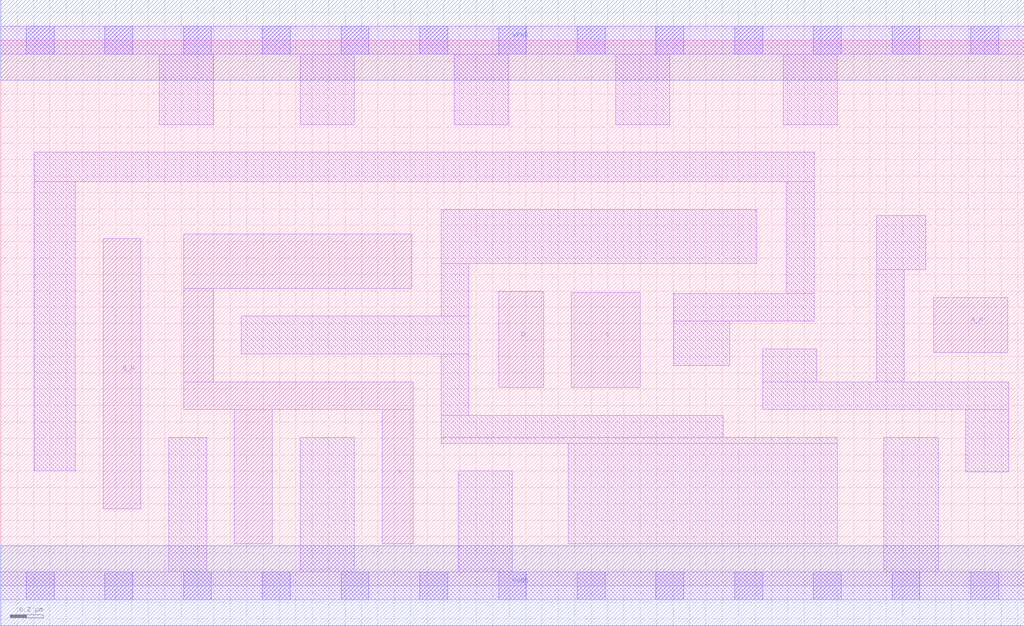
<source format=lef>
# Copyright 2020 The SkyWater PDK Authors
#
# Licensed under the Apache License, Version 2.0 (the "License");
# you may not use this file except in compliance with the License.
# You may obtain a copy of the License at
#
#     https://www.apache.org/licenses/LICENSE-2.0
#
# Unless required by applicable law or agreed to in writing, software
# distributed under the License is distributed on an "AS IS" BASIS,
# WITHOUT WARRANTIES OR CONDITIONS OF ANY KIND, either express or implied.
# See the License for the specific language governing permissions and
# limitations under the License.
#
# SPDX-License-Identifier: Apache-2.0

VERSION 5.7 ;
  NOWIREEXTENSIONATPIN ON ;
  DIVIDERCHAR "/" ;
  BUSBITCHARS "[]" ;
UNITS
  DATABASE MICRONS 200 ;
END UNITS
MACRO sky130_fd_sc_lp__and4bb_4
  CLASS CORE ;
  FOREIGN sky130_fd_sc_lp__and4bb_4 ;
  ORIGIN  0.000000  0.000000 ;
  SIZE  6.240000 BY  3.330000 ;
  SYMMETRY X Y R90 ;
  SITE unit ;
  PIN A_N
    ANTENNAGATEAREA  0.126000 ;
    DIRECTION INPUT ;
    USE SIGNAL ;
    PORT
      LAYER li1 ;
        RECT 5.690000 1.425000 6.140000 1.760000 ;
    END
  END A_N
  PIN B_N
    ANTENNAGATEAREA  0.126000 ;
    DIRECTION INPUT ;
    USE SIGNAL ;
    PORT
      LAYER li1 ;
        RECT 0.625000 0.470000 0.855000 2.120000 ;
    END
  END B_N
  PIN C
    ANTENNAGATEAREA  0.315000 ;
    DIRECTION INPUT ;
    USE SIGNAL ;
    PORT
      LAYER li1 ;
        RECT 3.480000 1.210000 3.900000 1.790000 ;
    END
  END C
  PIN D
    ANTENNAGATEAREA  0.315000 ;
    DIRECTION INPUT ;
    USE SIGNAL ;
    PORT
      LAYER li1 ;
        RECT 3.035000 1.210000 3.310000 1.795000 ;
    END
  END D
  PIN X
    ANTENNADIFFAREA  1.176000 ;
    DIRECTION OUTPUT ;
    USE SIGNAL ;
    PORT
      LAYER li1 ;
        RECT 1.115000 1.075000 2.515000 1.245000 ;
        RECT 1.115000 1.245000 1.295000 1.815000 ;
        RECT 1.115000 1.815000 2.505000 2.145000 ;
        RECT 1.425000 0.255000 1.655000 1.075000 ;
        RECT 2.325000 0.255000 2.515000 1.075000 ;
    END
  END X
  PIN VGND
    DIRECTION INOUT ;
    USE GROUND ;
    PORT
      LAYER met1 ;
        RECT 0.000000 -0.245000 6.240000 0.245000 ;
    END
  END VGND
  PIN VPWR
    DIRECTION INOUT ;
    USE POWER ;
    PORT
      LAYER met1 ;
        RECT 0.000000 3.085000 6.240000 3.575000 ;
    END
  END VPWR
  OBS
    LAYER li1 ;
      RECT 0.000000 -0.085000 6.240000 0.085000 ;
      RECT 0.000000  3.245000 6.240000 3.415000 ;
      RECT 0.205000  0.700000 0.455000 2.465000 ;
      RECT 0.205000  2.465000 4.960000 2.645000 ;
      RECT 0.965000  2.815000 1.295000 3.245000 ;
      RECT 1.025000  0.085000 1.255000 0.905000 ;
      RECT 1.465000  1.415000 2.855000 1.645000 ;
      RECT 1.825000  0.085000 2.155000 0.905000 ;
      RECT 1.825000  2.815000 2.155000 3.245000 ;
      RECT 2.685000  0.870000 5.100000 0.905000 ;
      RECT 2.685000  0.905000 4.405000 1.040000 ;
      RECT 2.685000  1.040000 2.855000 1.415000 ;
      RECT 2.685000  1.645000 2.855000 1.965000 ;
      RECT 2.685000  1.965000 4.610000 2.295000 ;
      RECT 2.765000  2.815000 3.095000 3.245000 ;
      RECT 2.790000  0.085000 3.120000 0.700000 ;
      RECT 3.460000  0.255000 5.100000 0.870000 ;
      RECT 3.750000  2.815000 4.080000 3.245000 ;
      RECT 4.105000  1.345000 4.445000 1.615000 ;
      RECT 4.105000  1.615000 4.960000 1.785000 ;
      RECT 4.645000  1.075000 6.145000 1.245000 ;
      RECT 4.645000  1.245000 4.975000 1.445000 ;
      RECT 4.770000  2.815000 5.100000 3.245000 ;
      RECT 4.790000  1.785000 4.960000 2.465000 ;
      RECT 5.340000  1.245000 5.510000 1.930000 ;
      RECT 5.340000  1.930000 5.640000 2.260000 ;
      RECT 5.385000  0.085000 5.715000 0.905000 ;
      RECT 5.885000  0.695000 6.145000 1.075000 ;
    LAYER mcon ;
      RECT 0.155000 -0.085000 0.325000 0.085000 ;
      RECT 0.155000  3.245000 0.325000 3.415000 ;
      RECT 0.635000 -0.085000 0.805000 0.085000 ;
      RECT 0.635000  3.245000 0.805000 3.415000 ;
      RECT 1.115000 -0.085000 1.285000 0.085000 ;
      RECT 1.115000  3.245000 1.285000 3.415000 ;
      RECT 1.595000 -0.085000 1.765000 0.085000 ;
      RECT 1.595000  3.245000 1.765000 3.415000 ;
      RECT 2.075000 -0.085000 2.245000 0.085000 ;
      RECT 2.075000  3.245000 2.245000 3.415000 ;
      RECT 2.555000 -0.085000 2.725000 0.085000 ;
      RECT 2.555000  3.245000 2.725000 3.415000 ;
      RECT 3.035000 -0.085000 3.205000 0.085000 ;
      RECT 3.035000  3.245000 3.205000 3.415000 ;
      RECT 3.515000 -0.085000 3.685000 0.085000 ;
      RECT 3.515000  3.245000 3.685000 3.415000 ;
      RECT 3.995000 -0.085000 4.165000 0.085000 ;
      RECT 3.995000  3.245000 4.165000 3.415000 ;
      RECT 4.475000 -0.085000 4.645000 0.085000 ;
      RECT 4.475000  3.245000 4.645000 3.415000 ;
      RECT 4.955000 -0.085000 5.125000 0.085000 ;
      RECT 4.955000  3.245000 5.125000 3.415000 ;
      RECT 5.435000 -0.085000 5.605000 0.085000 ;
      RECT 5.435000  3.245000 5.605000 3.415000 ;
      RECT 5.915000 -0.085000 6.085000 0.085000 ;
      RECT 5.915000  3.245000 6.085000 3.415000 ;
  END
END sky130_fd_sc_lp__and4bb_4
END LIBRARY

</source>
